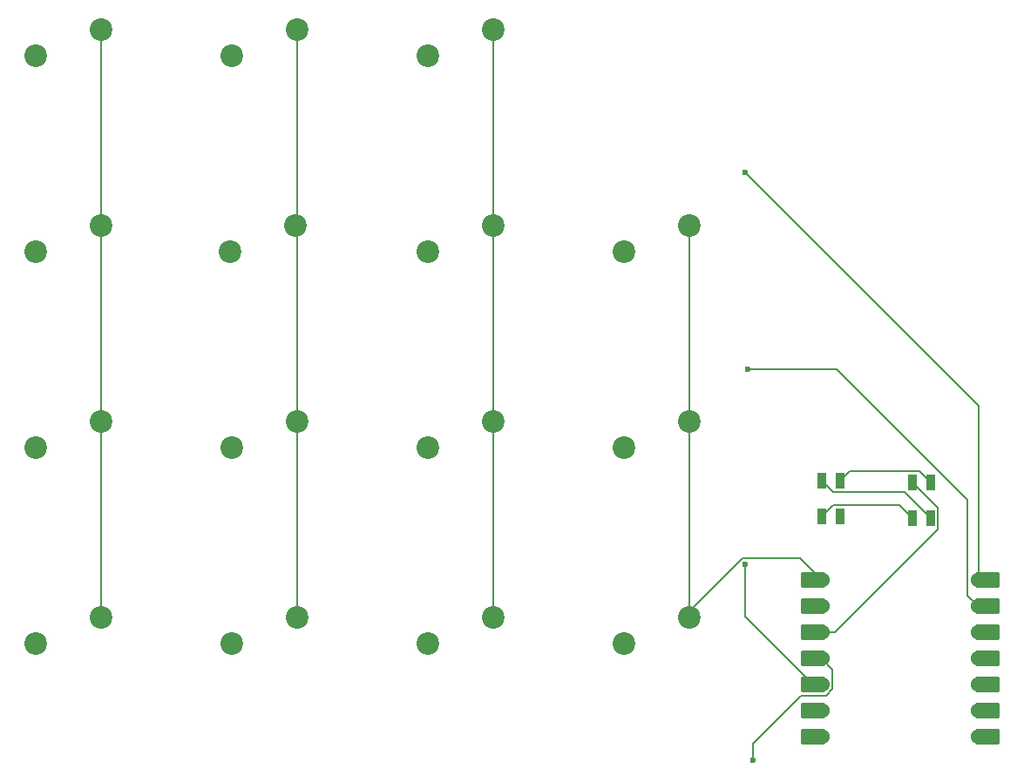
<source format=gbr>
%TF.GenerationSoftware,KiCad,Pcbnew,9.0.2*%
%TF.CreationDate,2025-06-27T23:38:42-07:00*%
%TF.ProjectId,bigMacro,6269674d-6163-4726-9f2e-6b696361645f,rev?*%
%TF.SameCoordinates,Original*%
%TF.FileFunction,Copper,L2,Bot*%
%TF.FilePolarity,Positive*%
%FSLAX46Y46*%
G04 Gerber Fmt 4.6, Leading zero omitted, Abs format (unit mm)*
G04 Created by KiCad (PCBNEW 9.0.2) date 2025-06-27 23:38:42*
%MOMM*%
%LPD*%
G01*
G04 APERTURE LIST*
G04 Aperture macros list*
%AMRoundRect*
0 Rectangle with rounded corners*
0 $1 Rounding radius*
0 $2 $3 $4 $5 $6 $7 $8 $9 X,Y pos of 4 corners*
0 Add a 4 corners polygon primitive as box body*
4,1,4,$2,$3,$4,$5,$6,$7,$8,$9,$2,$3,0*
0 Add four circle primitives for the rounded corners*
1,1,$1+$1,$2,$3*
1,1,$1+$1,$4,$5*
1,1,$1+$1,$6,$7*
1,1,$1+$1,$8,$9*
0 Add four rect primitives between the rounded corners*
20,1,$1+$1,$2,$3,$4,$5,0*
20,1,$1+$1,$4,$5,$6,$7,0*
20,1,$1+$1,$6,$7,$8,$9,0*
20,1,$1+$1,$8,$9,$2,$3,0*%
G04 Aperture macros list end*
%TA.AperFunction,ComponentPad*%
%ADD10C,2.200000*%
%TD*%
%TA.AperFunction,SMDPad,CuDef*%
%ADD11R,0.850000X1.600000*%
%TD*%
%TA.AperFunction,SMDPad,CuDef*%
%ADD12RoundRect,0.152400X1.063600X0.609600X-1.063600X0.609600X-1.063600X-0.609600X1.063600X-0.609600X0*%
%TD*%
%TA.AperFunction,ComponentPad*%
%ADD13C,1.524000*%
%TD*%
%TA.AperFunction,SMDPad,CuDef*%
%ADD14RoundRect,0.152400X-1.063600X-0.609600X1.063600X-0.609600X1.063600X0.609600X-1.063600X0.609600X0*%
%TD*%
%TA.AperFunction,ViaPad*%
%ADD15C,0.600000*%
%TD*%
%TA.AperFunction,Conductor*%
%ADD16C,0.200000*%
%TD*%
G04 APERTURE END LIST*
D10*
%TO.P,MX15,1,COL*%
%TO.N,/COL2*%
X81915000Y-93345000D03*
%TO.P,MX15,2,ROW*%
%TO.N,Net-(D17-A)*%
X75565000Y-95885000D03*
%TD*%
%TO.P,MX9,1,COL*%
%TO.N,/COL0*%
X43815000Y-74295000D03*
%TO.P,MX9,2,ROW*%
%TO.N,Net-(D11-A)*%
X37465000Y-76835000D03*
%TD*%
%TO.P,MX5,1,COL*%
%TO.N,/COL2*%
X81915000Y-36195000D03*
%TO.P,MX5,2,ROW*%
%TO.N,Net-(D7-A)*%
X75565000Y-38735000D03*
%TD*%
%TO.P,MX6,1,COL*%
%TO.N,/COL2*%
X81915000Y-55245000D03*
%TO.P,MX6,2,ROW*%
%TO.N,Net-(D8-A)*%
X75565000Y-57785000D03*
%TD*%
%TO.P,MX3,1,COL*%
%TO.N,/COL0*%
X43815000Y-55245000D03*
%TO.P,MX3,2,ROW*%
%TO.N,Net-(D3-A)*%
X37465000Y-57785000D03*
%TD*%
%TO.P,MX1,1,COL*%
%TO.N,/COL0*%
X43815000Y-36195000D03*
%TO.P,MX1,2,ROW*%
%TO.N,Net-(D1-A)*%
X37465000Y-38735000D03*
%TD*%
%TO.P,MX4,1,COL*%
%TO.N,/COL1*%
X62706250Y-55245000D03*
%TO.P,MX4,2,ROW*%
%TO.N,Net-(D4-A)*%
X56356250Y-57785000D03*
%TD*%
%TO.P,MX2,1,COL*%
%TO.N,/COL1*%
X62865000Y-36195000D03*
%TO.P,MX2,2,ROW*%
%TO.N,Net-(D2-A)*%
X56515000Y-38735000D03*
%TD*%
%TO.P,MX14,1,COL*%
%TO.N,/COL1*%
X62865000Y-93345000D03*
%TO.P,MX14,2,ROW*%
%TO.N,Net-(D16-A)*%
X56515000Y-95885000D03*
%TD*%
%TO.P,MX11,1,COL*%
%TO.N,/COL2*%
X81915000Y-74295000D03*
%TO.P,MX11,2,ROW*%
%TO.N,Net-(D13-A)*%
X75565000Y-76835000D03*
%TD*%
%TO.P,MX12,1,COL*%
%TO.N,/COL3*%
X100965000Y-74295000D03*
%TO.P,MX12,2,ROW*%
%TO.N,Net-(D14-A)*%
X94615000Y-76835000D03*
%TD*%
%TO.P,MX8,1,COL*%
%TO.N,/COL3*%
X100965000Y-55245000D03*
%TO.P,MX8,2,ROW*%
%TO.N,Net-(D10-A)*%
X94615000Y-57785000D03*
%TD*%
%TO.P,MX13,1,COL*%
%TO.N,/COL0*%
X43815000Y-93345000D03*
%TO.P,MX13,2,ROW*%
%TO.N,Net-(D15-A)*%
X37465000Y-95885000D03*
%TD*%
%TO.P,MX16,1,COL*%
%TO.N,/COL3*%
X100965000Y-93345000D03*
%TO.P,MX16,2,ROW*%
%TO.N,Net-(D18-A)*%
X94615000Y-95885000D03*
%TD*%
%TO.P,MX10,1,COL*%
%TO.N,/COL1*%
X62865000Y-74295000D03*
%TO.P,MX10,2,ROW*%
%TO.N,Net-(D12-A)*%
X56515000Y-76835000D03*
%TD*%
D11*
%TO.P,D5,1,DOUT*%
%TO.N,Net-(D5-DOUT)*%
X124406250Y-83668750D03*
%TO.P,D5,2,VSS*%
%TO.N,Net-(D5-VSS)*%
X122656250Y-83668750D03*
%TO.P,D5,3,DIN*%
%TO.N,Net-(D5-DIN)*%
X122656250Y-80168750D03*
%TO.P,D5,4,VDD*%
%TO.N,Net-(D5-VDD)*%
X124406250Y-80168750D03*
%TD*%
%TO.P,D6,1,DOUT*%
%TO.N,unconnected-(D6-DOUT-Pad1)*%
X115593750Y-83506250D03*
%TO.P,D6,2,VSS*%
%TO.N,Net-(D5-VSS)*%
X113843750Y-83506250D03*
%TO.P,D6,3,DIN*%
%TO.N,Net-(D5-DOUT)*%
X113843750Y-80006250D03*
%TO.P,D6,4,VDD*%
%TO.N,Net-(D5-VDD)*%
X115593750Y-80006250D03*
%TD*%
D12*
%TO.P,U2,1,GPIO26/ADC0/A0*%
%TO.N,unconnected-(U2-GPIO26{slash}ADC0{slash}A0-Pad1)*%
X112988750Y-104933750D03*
D13*
X113823750Y-104933750D03*
D12*
%TO.P,U2,2,GPIO27/ADC1/A1*%
%TO.N,unconnected-(U2-GPIO27{slash}ADC1{slash}A1-Pad2)*%
X112988750Y-102393750D03*
D13*
X113823750Y-102393750D03*
D12*
%TO.P,U2,3,GPIO28/ADC2/A2*%
%TO.N,/ROW2*%
X112988750Y-99853750D03*
D13*
X113823750Y-99853750D03*
D12*
%TO.P,U2,4,GPIO29/ADC3/A3*%
%TO.N,/ROW3*%
X112988750Y-97313750D03*
D13*
X113823750Y-97313750D03*
D12*
%TO.P,U2,5,GPIO6/SDA*%
%TO.N,Net-(D5-DIN)*%
X112988750Y-94773750D03*
D13*
X113823750Y-94773750D03*
D12*
%TO.P,U2,6,GPIO7/SCL*%
%TO.N,/COL2*%
X112988750Y-92233750D03*
D13*
X113823750Y-92233750D03*
D12*
%TO.P,U2,7,GPIO0/TX*%
%TO.N,/COL3*%
X112988750Y-89693750D03*
D13*
X113823750Y-89693750D03*
%TO.P,U2,8,GPIO1/RX*%
%TO.N,/ROW0*%
X129063750Y-89693750D03*
D14*
X129898750Y-89693750D03*
D13*
%TO.P,U2,9,GPIO2/SCK*%
%TO.N,/ROW1*%
X129063750Y-92233750D03*
D14*
X129898750Y-92233750D03*
D13*
%TO.P,U2,10,GPIO4/MISO*%
%TO.N,/COL1*%
X129063750Y-94773750D03*
D14*
X129898750Y-94773750D03*
D13*
%TO.P,U2,11,GPIO3/MOSI*%
%TO.N,/COL0*%
X129063750Y-97313750D03*
D14*
X129898750Y-97313750D03*
D13*
%TO.P,U2,12,3V3*%
%TO.N,unconnected-(U2-3V3-Pad12)*%
X129063750Y-99853750D03*
D14*
X129898750Y-99853750D03*
D13*
%TO.P,U2,13,GND*%
%TO.N,GND*%
X129063750Y-102393750D03*
D14*
X129898750Y-102393750D03*
D13*
%TO.P,U2,14,VBUS*%
%TO.N,+5V*%
X129063750Y-104933750D03*
D14*
X129898750Y-104933750D03*
%TD*%
D15*
%TO.N,/ROW0*%
X106362500Y-50068750D03*
%TO.N,/ROW1*%
X106631250Y-69181250D03*
%TO.N,/ROW2*%
X106362500Y-88168750D03*
%TO.N,/ROW3*%
X107156250Y-107218750D03*
%TD*%
D16*
%TO.N,/ROW0*%
X129063750Y-72770000D02*
X129063750Y-89693750D01*
X106362500Y-50068750D02*
X129063750Y-72770000D01*
%TO.N,/ROW1*%
X128000750Y-91170750D02*
X129063750Y-92233750D01*
X128000750Y-81936250D02*
X128000750Y-91170750D01*
X106631250Y-69181250D02*
X115245750Y-69181250D01*
X115245750Y-69181250D02*
X128000750Y-81936250D01*
%TO.N,/COL0*%
X43815000Y-93345000D02*
X43815000Y-36195000D01*
%TO.N,/COL1*%
X62865000Y-36195000D02*
X62865000Y-93345000D01*
%TO.N,Net-(D5-VDD)*%
X123305250Y-79067750D02*
X116532250Y-79067750D01*
X116532250Y-79067750D02*
X115593750Y-80006250D01*
X124406250Y-80168750D02*
X123305250Y-79067750D01*
%TO.N,Net-(D5-DOUT)*%
X114944750Y-81107250D02*
X121844750Y-81107250D01*
X121844750Y-81107250D02*
X124406250Y-83668750D01*
X113843750Y-80006250D02*
X114944750Y-81107250D01*
%TO.N,Net-(D5-DIN)*%
X122656250Y-80168750D02*
X125132250Y-82644750D01*
X125132250Y-82644750D02*
X125132250Y-84769750D01*
X115128250Y-94773750D02*
X113823750Y-94773750D01*
X125132250Y-84769750D02*
X115128250Y-94773750D01*
%TO.N,Net-(D5-VSS)*%
X121392750Y-82405250D02*
X114944750Y-82405250D01*
X122656250Y-83668750D02*
X121392750Y-82405250D01*
X114944750Y-82405250D02*
X113843750Y-83506250D01*
%TO.N,/COL2*%
X81915000Y-36195000D02*
X81915000Y-93345000D01*
%TO.N,/COL3*%
X106113557Y-87567750D02*
X100965000Y-92716307D01*
X113823750Y-89693750D02*
X111697750Y-87567750D01*
X100965000Y-92716307D02*
X100965000Y-93345000D01*
X100965000Y-55245000D02*
X100965000Y-74295000D01*
X111697750Y-87567750D02*
X106113557Y-87567750D01*
X100965000Y-74295000D02*
X100965000Y-93345000D01*
%TO.N,/ROW2*%
X106362500Y-88168750D02*
X106362500Y-93227500D01*
X112988750Y-99853750D02*
X113823750Y-99853750D01*
X106362500Y-93227500D02*
X112988750Y-99853750D01*
%TO.N,/ROW3*%
X114886750Y-100294060D02*
X114886750Y-98376750D01*
X107156250Y-105568750D02*
X111808250Y-100916750D01*
X107156250Y-107218750D02*
X107156250Y-105568750D01*
X114886750Y-98376750D02*
X113823750Y-97313750D01*
X111808250Y-100916750D02*
X114264060Y-100916750D01*
X114264060Y-100916750D02*
X114886750Y-100294060D01*
%TD*%
M02*

</source>
